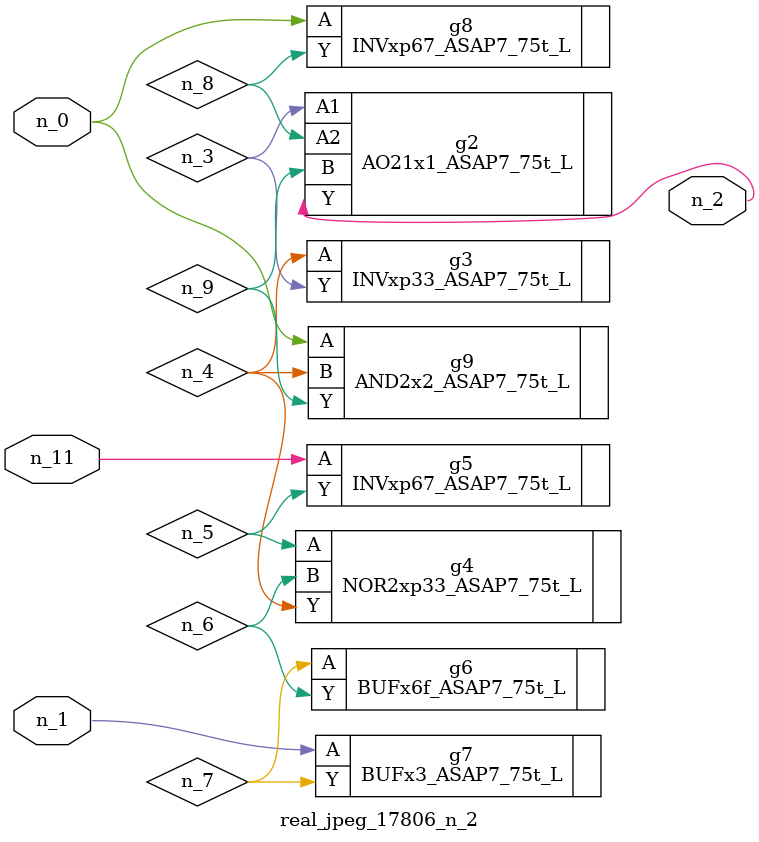
<source format=v>
module real_jpeg_17806_n_2 (n_1, n_11, n_0, n_2);

input n_1;
input n_11;
input n_0;

output n_2;

wire n_5;
wire n_8;
wire n_4;
wire n_6;
wire n_7;
wire n_3;
wire n_9;

INVxp67_ASAP7_75t_L g8 ( 
.A(n_0),
.Y(n_8)
);

AND2x2_ASAP7_75t_L g9 ( 
.A(n_0),
.B(n_4),
.Y(n_9)
);

BUFx3_ASAP7_75t_L g7 ( 
.A(n_1),
.Y(n_7)
);

AO21x1_ASAP7_75t_L g2 ( 
.A1(n_3),
.A2(n_8),
.B(n_9),
.Y(n_2)
);

INVxp33_ASAP7_75t_L g3 ( 
.A(n_4),
.Y(n_3)
);

NOR2xp33_ASAP7_75t_L g4 ( 
.A(n_5),
.B(n_6),
.Y(n_4)
);

BUFx6f_ASAP7_75t_L g6 ( 
.A(n_7),
.Y(n_6)
);

INVxp67_ASAP7_75t_L g5 ( 
.A(n_11),
.Y(n_5)
);


endmodule
</source>
